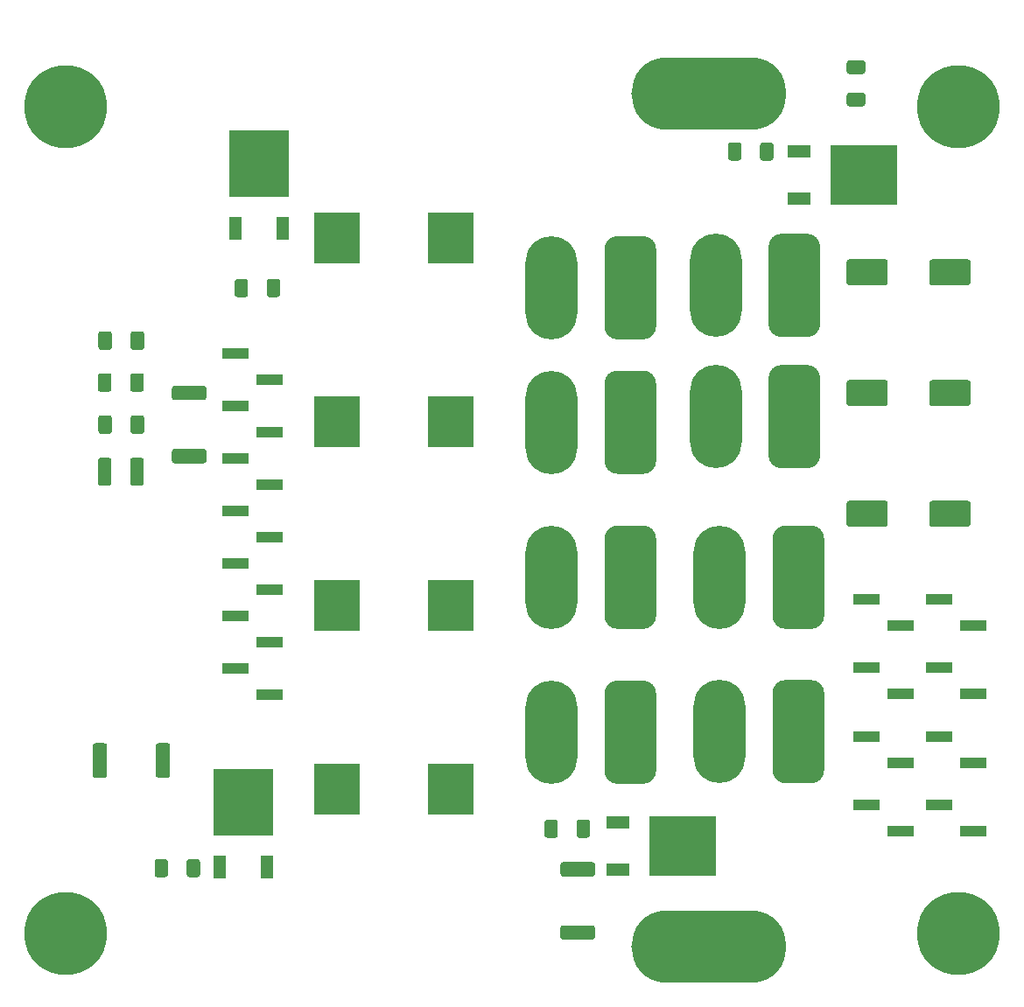
<source format=gbr>
%TF.GenerationSoftware,KiCad,Pcbnew,(5.1.10)-1*%
%TF.CreationDate,2021-09-14T14:35:24+02:00*%
%TF.ProjectId,BTS-MainBoard-Power,4254532d-4d61-4696-9e42-6f6172642d50,rev?*%
%TF.SameCoordinates,Original*%
%TF.FileFunction,Soldermask,Top*%
%TF.FilePolarity,Negative*%
%FSLAX46Y46*%
G04 Gerber Fmt 4.6, Leading zero omitted, Abs format (unit mm)*
G04 Created by KiCad (PCBNEW (5.1.10)-1) date 2021-09-14 14:35:24*
%MOMM*%
%LPD*%
G01*
G04 APERTURE LIST*
%ADD10R,6.400000X5.800000*%
%ADD11R,2.200000X1.200000*%
%ADD12R,5.800000X6.400000*%
%ADD13R,1.200000X2.200000*%
%ADD14R,2.510000X1.000000*%
%ADD15C,8.000000*%
%ADD16C,4.400000*%
%ADD17R,4.500000X5.000000*%
%ADD18O,5.000000X10.000000*%
%ADD19O,15.000000X7.000000*%
G04 APERTURE END LIST*
D10*
%TO.C,Q4*%
X226060000Y-118490000D03*
D11*
X219760000Y-120770000D03*
X219760000Y-116210000D03*
%TD*%
D10*
%TO.C,Q3*%
X243610000Y-53595000D03*
D11*
X237310000Y-55875000D03*
X237310000Y-51315000D03*
%TD*%
D12*
%TO.C,Q2*%
X183516000Y-114276000D03*
D13*
X185796000Y-120576000D03*
X181236000Y-120576000D03*
%TD*%
D12*
%TO.C,Q1*%
X185040000Y-52475000D03*
D13*
X187320000Y-58775000D03*
X182760000Y-58775000D03*
%TD*%
D14*
%TO.C,J19*%
X247146000Y-117094000D03*
X243836000Y-114554000D03*
%TD*%
%TO.C,J18*%
X254131000Y-117094000D03*
X250821000Y-114554000D03*
%TD*%
%TO.C,J17*%
X254131000Y-110447666D03*
X250821000Y-107907666D03*
%TD*%
%TO.C,J16*%
X254131000Y-103801333D03*
X250821000Y-101261333D03*
%TD*%
%TO.C,J15*%
X247146000Y-110447666D03*
X243836000Y-107907666D03*
%TD*%
%TO.C,J14*%
X247146000Y-103801333D03*
X243836000Y-101261333D03*
%TD*%
%TO.C,J13*%
X254131000Y-97155000D03*
X250821000Y-94615000D03*
%TD*%
%TO.C,J12*%
X247146000Y-97155000D03*
X243836000Y-94615000D03*
%TD*%
%TO.C,C4*%
G36*
G01*
X249904000Y-63992000D02*
X249904000Y-61992000D01*
G75*
G02*
X250154000Y-61742000I250000J0D01*
G01*
X253654000Y-61742000D01*
G75*
G02*
X253904000Y-61992000I0J-250000D01*
G01*
X253904000Y-63992000D01*
G75*
G02*
X253654000Y-64242000I-250000J0D01*
G01*
X250154000Y-64242000D01*
G75*
G02*
X249904000Y-63992000I0J250000D01*
G01*
G37*
G36*
G01*
X241904000Y-63992000D02*
X241904000Y-61992000D01*
G75*
G02*
X242154000Y-61742000I250000J0D01*
G01*
X245654000Y-61742000D01*
G75*
G02*
X245904000Y-61992000I0J-250000D01*
G01*
X245904000Y-63992000D01*
G75*
G02*
X245654000Y-64242000I-250000J0D01*
G01*
X242154000Y-64242000D01*
G75*
G02*
X241904000Y-63992000I0J250000D01*
G01*
G37*
%TD*%
%TO.C,C5*%
G36*
G01*
X249904000Y-75676000D02*
X249904000Y-73676000D01*
G75*
G02*
X250154000Y-73426000I250000J0D01*
G01*
X253654000Y-73426000D01*
G75*
G02*
X253904000Y-73676000I0J-250000D01*
G01*
X253904000Y-75676000D01*
G75*
G02*
X253654000Y-75926000I-250000J0D01*
G01*
X250154000Y-75926000D01*
G75*
G02*
X249904000Y-75676000I0J250000D01*
G01*
G37*
G36*
G01*
X241904000Y-75676000D02*
X241904000Y-73676000D01*
G75*
G02*
X242154000Y-73426000I250000J0D01*
G01*
X245654000Y-73426000D01*
G75*
G02*
X245904000Y-73676000I0J-250000D01*
G01*
X245904000Y-75676000D01*
G75*
G02*
X245654000Y-75926000I-250000J0D01*
G01*
X242154000Y-75926000D01*
G75*
G02*
X241904000Y-75676000I0J250000D01*
G01*
G37*
%TD*%
%TO.C,C3*%
G36*
G01*
X249904000Y-87360000D02*
X249904000Y-85360000D01*
G75*
G02*
X250154000Y-85110000I250000J0D01*
G01*
X253654000Y-85110000D01*
G75*
G02*
X253904000Y-85360000I0J-250000D01*
G01*
X253904000Y-87360000D01*
G75*
G02*
X253654000Y-87610000I-250000J0D01*
G01*
X250154000Y-87610000D01*
G75*
G02*
X249904000Y-87360000I0J250000D01*
G01*
G37*
G36*
G01*
X241904000Y-87360000D02*
X241904000Y-85360000D01*
G75*
G02*
X242154000Y-85110000I250000J0D01*
G01*
X245654000Y-85110000D01*
G75*
G02*
X245904000Y-85360000I0J-250000D01*
G01*
X245904000Y-87360000D01*
G75*
G02*
X245654000Y-87610000I-250000J0D01*
G01*
X242154000Y-87610000D01*
G75*
G02*
X241904000Y-87360000I0J250000D01*
G01*
G37*
%TD*%
%TO.C,R2*%
G36*
G01*
X175070000Y-111661001D02*
X175070000Y-108810999D01*
G75*
G02*
X175319999Y-108561000I249999J0D01*
G01*
X176220001Y-108561000D01*
G75*
G02*
X176470000Y-108810999I0J-249999D01*
G01*
X176470000Y-111661001D01*
G75*
G02*
X176220001Y-111911000I-249999J0D01*
G01*
X175319999Y-111911000D01*
G75*
G02*
X175070000Y-111661001I0J249999D01*
G01*
G37*
G36*
G01*
X168970000Y-111661001D02*
X168970000Y-108810999D01*
G75*
G02*
X169219999Y-108561000I249999J0D01*
G01*
X170120001Y-108561000D01*
G75*
G02*
X170370000Y-108810999I0J-249999D01*
G01*
X170370000Y-111661001D01*
G75*
G02*
X170120001Y-111911000I-249999J0D01*
G01*
X169219999Y-111911000D01*
G75*
G02*
X168970000Y-111661001I0J249999D01*
G01*
G37*
%TD*%
%TO.C,R1*%
G36*
G01*
X179733001Y-75374000D02*
X176882999Y-75374000D01*
G75*
G02*
X176633000Y-75124001I0J249999D01*
G01*
X176633000Y-74223999D01*
G75*
G02*
X176882999Y-73974000I249999J0D01*
G01*
X179733001Y-73974000D01*
G75*
G02*
X179983000Y-74223999I0J-249999D01*
G01*
X179983000Y-75124001D01*
G75*
G02*
X179733001Y-75374000I-249999J0D01*
G01*
G37*
G36*
G01*
X179733001Y-81474000D02*
X176882999Y-81474000D01*
G75*
G02*
X176633000Y-81224001I0J249999D01*
G01*
X176633000Y-80323999D01*
G75*
G02*
X176882999Y-80074000I249999J0D01*
G01*
X179733001Y-80074000D01*
G75*
G02*
X179983000Y-80323999I0J-249999D01*
G01*
X179983000Y-81224001D01*
G75*
G02*
X179733001Y-81474000I-249999J0D01*
G01*
G37*
%TD*%
%TO.C,C11*%
G36*
G01*
X170804000Y-73009997D02*
X170804000Y-74310003D01*
G75*
G02*
X170554003Y-74560000I-249997J0D01*
G01*
X169728997Y-74560000D01*
G75*
G02*
X169479000Y-74310003I0J249997D01*
G01*
X169479000Y-73009997D01*
G75*
G02*
X169728997Y-72760000I249997J0D01*
G01*
X170554003Y-72760000D01*
G75*
G02*
X170804000Y-73009997I0J-249997D01*
G01*
G37*
G36*
G01*
X173929000Y-73009997D02*
X173929000Y-74310003D01*
G75*
G02*
X173679003Y-74560000I-249997J0D01*
G01*
X172853997Y-74560000D01*
G75*
G02*
X172604000Y-74310003I0J249997D01*
G01*
X172604000Y-73009997D01*
G75*
G02*
X172853997Y-72760000I249997J0D01*
G01*
X173679003Y-72760000D01*
G75*
G02*
X173929000Y-73009997I0J-249997D01*
G01*
G37*
%TD*%
%TO.C,C10*%
G36*
G01*
X170804000Y-81195997D02*
X170804000Y-83396003D01*
G75*
G02*
X170554003Y-83646000I-249997J0D01*
G01*
X169728997Y-83646000D01*
G75*
G02*
X169479000Y-83396003I0J249997D01*
G01*
X169479000Y-81195997D01*
G75*
G02*
X169728997Y-80946000I249997J0D01*
G01*
X170554003Y-80946000D01*
G75*
G02*
X170804000Y-81195997I0J-249997D01*
G01*
G37*
G36*
G01*
X173929000Y-81195997D02*
X173929000Y-83396003D01*
G75*
G02*
X173679003Y-83646000I-249997J0D01*
G01*
X172853997Y-83646000D01*
G75*
G02*
X172604000Y-83396003I0J249997D01*
G01*
X172604000Y-81195997D01*
G75*
G02*
X172853997Y-80946000I249997J0D01*
G01*
X173679003Y-80946000D01*
G75*
G02*
X173929000Y-81195997I0J-249997D01*
G01*
G37*
%TD*%
%TO.C,C9*%
G36*
G01*
X170842500Y-77073997D02*
X170842500Y-78374003D01*
G75*
G02*
X170592503Y-78624000I-249997J0D01*
G01*
X169767497Y-78624000D01*
G75*
G02*
X169517500Y-78374003I0J249997D01*
G01*
X169517500Y-77073997D01*
G75*
G02*
X169767497Y-76824000I249997J0D01*
G01*
X170592503Y-76824000D01*
G75*
G02*
X170842500Y-77073997I0J-249997D01*
G01*
G37*
G36*
G01*
X173967500Y-77073997D02*
X173967500Y-78374003D01*
G75*
G02*
X173717503Y-78624000I-249997J0D01*
G01*
X172892497Y-78624000D01*
G75*
G02*
X172642500Y-78374003I0J249997D01*
G01*
X172642500Y-77073997D01*
G75*
G02*
X172892497Y-76824000I249997J0D01*
G01*
X173717503Y-76824000D01*
G75*
G02*
X173967500Y-77073997I0J-249997D01*
G01*
G37*
%TD*%
%TO.C,C1*%
G36*
G01*
X170842500Y-68945997D02*
X170842500Y-70246003D01*
G75*
G02*
X170592503Y-70496000I-249997J0D01*
G01*
X169767497Y-70496000D01*
G75*
G02*
X169517500Y-70246003I0J249997D01*
G01*
X169517500Y-68945997D01*
G75*
G02*
X169767497Y-68696000I249997J0D01*
G01*
X170592503Y-68696000D01*
G75*
G02*
X170842500Y-68945997I0J-249997D01*
G01*
G37*
G36*
G01*
X173967500Y-68945997D02*
X173967500Y-70246003D01*
G75*
G02*
X173717503Y-70496000I-249997J0D01*
G01*
X172892497Y-70496000D01*
G75*
G02*
X172642500Y-70246003I0J249997D01*
G01*
X172642500Y-68945997D01*
G75*
G02*
X172892497Y-68696000I249997J0D01*
G01*
X173717503Y-68696000D01*
G75*
G02*
X173967500Y-68945997I0J-249997D01*
G01*
G37*
%TD*%
%TO.C,J3*%
X186059000Y-103886000D03*
X186059000Y-98806000D03*
X186059000Y-93726000D03*
X186059000Y-88646000D03*
X186059000Y-83566000D03*
X186059000Y-78486000D03*
X186059000Y-73406000D03*
X182749000Y-101346000D03*
X182749000Y-96266000D03*
X182749000Y-91186000D03*
X182749000Y-86106000D03*
X182749000Y-81026000D03*
X182749000Y-75946000D03*
X182749000Y-70866000D03*
%TD*%
D15*
%TO.C,H3*%
X252730000Y-46990000D03*
D16*
X252730000Y-46990000D03*
%TD*%
D15*
%TO.C,H4*%
X166370000Y-46990000D03*
D16*
X166370000Y-46990000D03*
%TD*%
D15*
%TO.C,H2*%
X166370000Y-127000000D03*
D16*
X166370000Y-127000000D03*
%TD*%
D15*
%TO.C,H1*%
X252730000Y-127000000D03*
D16*
X252730000Y-127000000D03*
%TD*%
%TO.C,R11*%
G36*
G01*
X213984000Y-116214999D02*
X213984000Y-117465001D01*
G75*
G02*
X213734001Y-117715000I-249999J0D01*
G01*
X212933999Y-117715000D01*
G75*
G02*
X212684000Y-117465001I0J249999D01*
G01*
X212684000Y-116214999D01*
G75*
G02*
X212933999Y-115965000I249999J0D01*
G01*
X213734001Y-115965000D01*
G75*
G02*
X213984000Y-116214999I0J-249999D01*
G01*
G37*
G36*
G01*
X217084000Y-116214999D02*
X217084000Y-117465001D01*
G75*
G02*
X216834001Y-117715000I-249999J0D01*
G01*
X216033999Y-117715000D01*
G75*
G02*
X215784000Y-117465001I0J249999D01*
G01*
X215784000Y-116214999D01*
G75*
G02*
X216033999Y-115965000I249999J0D01*
G01*
X216834001Y-115965000D01*
G75*
G02*
X217084000Y-116214999I0J-249999D01*
G01*
G37*
%TD*%
%TO.C,R10*%
G36*
G01*
X231738000Y-50682999D02*
X231738000Y-51933001D01*
G75*
G02*
X231488001Y-52183000I-249999J0D01*
G01*
X230687999Y-52183000D01*
G75*
G02*
X230438000Y-51933001I0J249999D01*
G01*
X230438000Y-50682999D01*
G75*
G02*
X230687999Y-50433000I249999J0D01*
G01*
X231488001Y-50433000D01*
G75*
G02*
X231738000Y-50682999I0J-249999D01*
G01*
G37*
G36*
G01*
X234838000Y-50682999D02*
X234838000Y-51933001D01*
G75*
G02*
X234588001Y-52183000I-249999J0D01*
G01*
X233787999Y-52183000D01*
G75*
G02*
X233538000Y-51933001I0J249999D01*
G01*
X233538000Y-50682999D01*
G75*
G02*
X233787999Y-50433000I249999J0D01*
G01*
X234588001Y-50433000D01*
G75*
G02*
X234838000Y-50682999I0J-249999D01*
G01*
G37*
%TD*%
%TO.C,R9*%
G36*
G01*
X214475600Y-126175000D02*
X217324400Y-126175000D01*
G75*
G02*
X217575000Y-126425600I0J-250600D01*
G01*
X217575000Y-127324400D01*
G75*
G02*
X217324400Y-127575000I-250600J0D01*
G01*
X214475600Y-127575000D01*
G75*
G02*
X214225000Y-127324400I0J250600D01*
G01*
X214225000Y-126425600D01*
G75*
G02*
X214475600Y-126175000I250600J0D01*
G01*
G37*
G36*
G01*
X214474999Y-120075000D02*
X217325001Y-120075000D01*
G75*
G02*
X217575000Y-120324999I0J-249999D01*
G01*
X217575000Y-121225001D01*
G75*
G02*
X217325001Y-121475000I-249999J0D01*
G01*
X214474999Y-121475000D01*
G75*
G02*
X214225000Y-121225001I0J249999D01*
G01*
X214225000Y-120324999D01*
G75*
G02*
X214474999Y-120075000I249999J0D01*
G01*
G37*
%TD*%
%TO.C,R8*%
G36*
G01*
X176265000Y-120024999D02*
X176265000Y-121275001D01*
G75*
G02*
X176015001Y-121525000I-249999J0D01*
G01*
X175214999Y-121525000D01*
G75*
G02*
X174965000Y-121275001I0J249999D01*
G01*
X174965000Y-120024999D01*
G75*
G02*
X175214999Y-119775000I249999J0D01*
G01*
X176015001Y-119775000D01*
G75*
G02*
X176265000Y-120024999I0J-249999D01*
G01*
G37*
G36*
G01*
X179365000Y-120024999D02*
X179365000Y-121275001D01*
G75*
G02*
X179115001Y-121525000I-249999J0D01*
G01*
X178314999Y-121525000D01*
G75*
G02*
X178065000Y-121275001I0J249999D01*
G01*
X178065000Y-120024999D01*
G75*
G02*
X178314999Y-119775000I249999J0D01*
G01*
X179115001Y-119775000D01*
G75*
G02*
X179365000Y-120024999I0J-249999D01*
G01*
G37*
%TD*%
%TO.C,R7*%
G36*
G01*
X185812000Y-65141001D02*
X185812000Y-63890999D01*
G75*
G02*
X186061999Y-63641000I249999J0D01*
G01*
X186862001Y-63641000D01*
G75*
G02*
X187112000Y-63890999I0J-249999D01*
G01*
X187112000Y-65141001D01*
G75*
G02*
X186862001Y-65391000I-249999J0D01*
G01*
X186061999Y-65391000D01*
G75*
G02*
X185812000Y-65141001I0J249999D01*
G01*
G37*
G36*
G01*
X182712000Y-65141001D02*
X182712000Y-63890999D01*
G75*
G02*
X182961999Y-63641000I249999J0D01*
G01*
X183762001Y-63641000D01*
G75*
G02*
X184012000Y-63890999I0J-249999D01*
G01*
X184012000Y-65141001D01*
G75*
G02*
X183762001Y-65391000I-249999J0D01*
G01*
X182961999Y-65391000D01*
G75*
G02*
X182712000Y-65141001I0J249999D01*
G01*
G37*
%TD*%
D17*
%TO.C,L4*%
X203620000Y-77470000D03*
X192620000Y-77470000D03*
%TD*%
%TO.C,L3*%
X203620000Y-95250000D03*
X192620000Y-95250000D03*
%TD*%
%TO.C,L2*%
X203620000Y-113030000D03*
X192620000Y-113030000D03*
%TD*%
%TO.C,L1*%
X203620000Y-59690000D03*
X192620000Y-59690000D03*
%TD*%
%TO.C,J11*%
G36*
G01*
X234736000Y-96250000D02*
X234736000Y-88750000D01*
G75*
G02*
X235986000Y-87500000I1250000J0D01*
G01*
X238486000Y-87500000D01*
G75*
G02*
X239736000Y-88750000I0J-1250000D01*
G01*
X239736000Y-96250000D01*
G75*
G02*
X238486000Y-97500000I-1250000J0D01*
G01*
X235986000Y-97500000D01*
G75*
G02*
X234736000Y-96250000I0J1250000D01*
G01*
G37*
D18*
X229616000Y-92500000D03*
%TD*%
%TO.C,J10*%
G36*
G01*
X234355000Y-68012000D02*
X234355000Y-60512000D01*
G75*
G02*
X235605000Y-59262000I1250000J0D01*
G01*
X238105000Y-59262000D01*
G75*
G02*
X239355000Y-60512000I0J-1250000D01*
G01*
X239355000Y-68012000D01*
G75*
G02*
X238105000Y-69262000I-1250000J0D01*
G01*
X235605000Y-69262000D01*
G75*
G02*
X234355000Y-68012000I0J1250000D01*
G01*
G37*
X229235000Y-64262000D03*
%TD*%
%TO.C,J9*%
G36*
G01*
X218480000Y-68240000D02*
X218480000Y-60740000D01*
G75*
G02*
X219730000Y-59490000I1250000J0D01*
G01*
X222230000Y-59490000D01*
G75*
G02*
X223480000Y-60740000I0J-1250000D01*
G01*
X223480000Y-68240000D01*
G75*
G02*
X222230000Y-69490000I-1250000J0D01*
G01*
X219730000Y-69490000D01*
G75*
G02*
X218480000Y-68240000I0J1250000D01*
G01*
G37*
X213360000Y-64490000D03*
%TD*%
%TO.C,J8*%
G36*
G01*
X218480000Y-96250000D02*
X218480000Y-88750000D01*
G75*
G02*
X219730000Y-87500000I1250000J0D01*
G01*
X222230000Y-87500000D01*
G75*
G02*
X223480000Y-88750000I0J-1250000D01*
G01*
X223480000Y-96250000D01*
G75*
G02*
X222230000Y-97500000I-1250000J0D01*
G01*
X219730000Y-97500000D01*
G75*
G02*
X218480000Y-96250000I0J1250000D01*
G01*
G37*
X213360000Y-92500000D03*
%TD*%
%TO.C,J7*%
G36*
G01*
X234355000Y-80712000D02*
X234355000Y-73212000D01*
G75*
G02*
X235605000Y-71962000I1250000J0D01*
G01*
X238105000Y-71962000D01*
G75*
G02*
X239355000Y-73212000I0J-1250000D01*
G01*
X239355000Y-80712000D01*
G75*
G02*
X238105000Y-81962000I-1250000J0D01*
G01*
X235605000Y-81962000D01*
G75*
G02*
X234355000Y-80712000I0J1250000D01*
G01*
G37*
X229235000Y-76962000D03*
%TD*%
%TO.C,J6*%
G36*
G01*
X218480000Y-81250000D02*
X218480000Y-73750000D01*
G75*
G02*
X219730000Y-72500000I1250000J0D01*
G01*
X222230000Y-72500000D01*
G75*
G02*
X223480000Y-73750000I0J-1250000D01*
G01*
X223480000Y-81250000D01*
G75*
G02*
X222230000Y-82500000I-1250000J0D01*
G01*
X219730000Y-82500000D01*
G75*
G02*
X218480000Y-81250000I0J1250000D01*
G01*
G37*
X213360000Y-77500000D03*
%TD*%
%TO.C,J5*%
G36*
G01*
X234736000Y-111192000D02*
X234736000Y-103692000D01*
G75*
G02*
X235986000Y-102442000I1250000J0D01*
G01*
X238486000Y-102442000D01*
G75*
G02*
X239736000Y-103692000I0J-1250000D01*
G01*
X239736000Y-111192000D01*
G75*
G02*
X238486000Y-112442000I-1250000J0D01*
G01*
X235986000Y-112442000D01*
G75*
G02*
X234736000Y-111192000I0J1250000D01*
G01*
G37*
X229616000Y-107442000D03*
%TD*%
%TO.C,J4*%
G36*
G01*
X218480000Y-111250000D02*
X218480000Y-103750000D01*
G75*
G02*
X219730000Y-102500000I1250000J0D01*
G01*
X222230000Y-102500000D01*
G75*
G02*
X223480000Y-103750000I0J-1250000D01*
G01*
X223480000Y-111250000D01*
G75*
G02*
X222230000Y-112500000I-1250000J0D01*
G01*
X219730000Y-112500000D01*
G75*
G02*
X218480000Y-111250000I0J1250000D01*
G01*
G37*
X213360000Y-107500000D03*
%TD*%
D19*
%TO.C,J2*%
X228600000Y-128270000D03*
%TD*%
%TO.C,J1*%
X228600000Y-45720000D03*
%TD*%
%TO.C,C2*%
G36*
G01*
X243474003Y-43804000D02*
X242173997Y-43804000D01*
G75*
G02*
X241924000Y-43554003I0J249997D01*
G01*
X241924000Y-42728997D01*
G75*
G02*
X242173997Y-42479000I249997J0D01*
G01*
X243474003Y-42479000D01*
G75*
G02*
X243724000Y-42728997I0J-249997D01*
G01*
X243724000Y-43554003D01*
G75*
G02*
X243474003Y-43804000I-249997J0D01*
G01*
G37*
G36*
G01*
X243474003Y-46929000D02*
X242173997Y-46929000D01*
G75*
G02*
X241924000Y-46679003I0J249997D01*
G01*
X241924000Y-45853997D01*
G75*
G02*
X242173997Y-45604000I249997J0D01*
G01*
X243474003Y-45604000D01*
G75*
G02*
X243724000Y-45853997I0J-249997D01*
G01*
X243724000Y-46679003D01*
G75*
G02*
X243474003Y-46929000I-249997J0D01*
G01*
G37*
%TD*%
M02*

</source>
